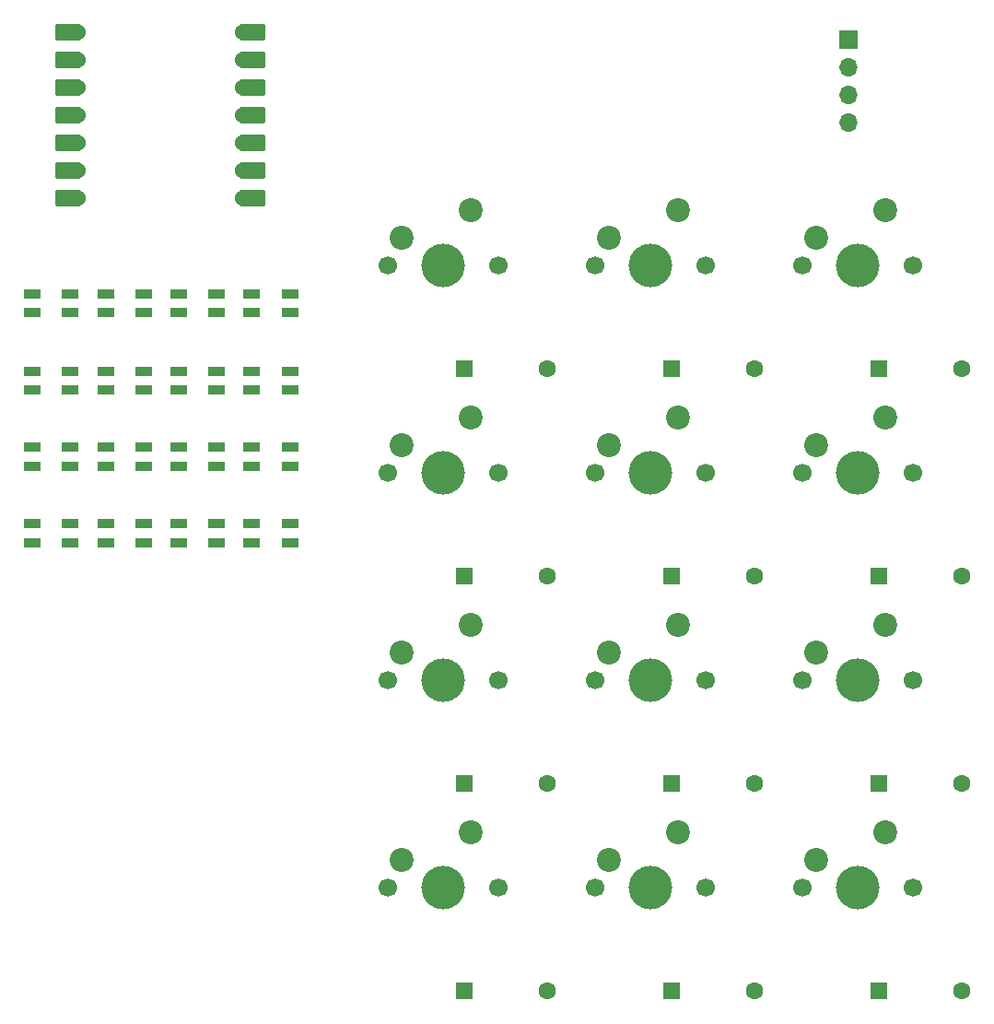
<source format=gbr>
%TF.GenerationSoftware,KiCad,Pcbnew,9.0.6*%
%TF.CreationDate,2025-12-29T13:42:38-07:00*%
%TF.ProjectId,RatPad,52617450-6164-42e6-9b69-6361645f7063,2*%
%TF.SameCoordinates,Original*%
%TF.FileFunction,Soldermask,Top*%
%TF.FilePolarity,Negative*%
%FSLAX46Y46*%
G04 Gerber Fmt 4.6, Leading zero omitted, Abs format (unit mm)*
G04 Created by KiCad (PCBNEW 9.0.6) date 2025-12-29 13:42:38*
%MOMM*%
%LPD*%
G01*
G04 APERTURE LIST*
G04 Aperture macros list*
%AMRoundRect*
0 Rectangle with rounded corners*
0 $1 Rounding radius*
0 $2 $3 $4 $5 $6 $7 $8 $9 X,Y pos of 4 corners*
0 Add a 4 corners polygon primitive as box body*
4,1,4,$2,$3,$4,$5,$6,$7,$8,$9,$2,$3,0*
0 Add four circle primitives for the rounded corners*
1,1,$1+$1,$2,$3*
1,1,$1+$1,$4,$5*
1,1,$1+$1,$6,$7*
1,1,$1+$1,$8,$9*
0 Add four rect primitives between the rounded corners*
20,1,$1+$1,$2,$3,$4,$5,0*
20,1,$1+$1,$4,$5,$6,$7,0*
20,1,$1+$1,$6,$7,$8,$9,0*
20,1,$1+$1,$8,$9,$2,$3,0*%
G04 Aperture macros list end*
%ADD10R,1.600000X0.850000*%
%ADD11C,1.700000*%
%ADD12C,4.000000*%
%ADD13C,2.200000*%
%ADD14RoundRect,0.250000X-0.550000X-0.550000X0.550000X-0.550000X0.550000X0.550000X-0.550000X0.550000X0*%
%ADD15C,1.600000*%
%ADD16R,1.700000X1.700000*%
%ADD17O,1.700000X1.700000*%
%ADD18RoundRect,0.152400X-1.063600X-0.609600X1.063600X-0.609600X1.063600X0.609600X-1.063600X0.609600X0*%
%ADD19C,1.524000*%
%ADD20RoundRect,0.152400X1.063600X0.609600X-1.063600X0.609600X-1.063600X-0.609600X1.063600X-0.609600X0*%
G04 APERTURE END LIST*
D10*
%TO.C,D7*%
X116846250Y-95756250D03*
X116846250Y-97506250D03*
X113346250Y-97506250D03*
X113346250Y-95756250D03*
%TD*%
%TO.C,D11*%
X123566250Y-95756250D03*
X123566250Y-97506250D03*
X120066250Y-97506250D03*
X120066250Y-95756250D03*
%TD*%
%TO.C,D14*%
X130286250Y-88756250D03*
X130286250Y-90506250D03*
X126786250Y-90506250D03*
X126786250Y-88756250D03*
%TD*%
%TO.C,D16*%
X130286250Y-102756250D03*
X130286250Y-104506250D03*
X126786250Y-104506250D03*
X126786250Y-102756250D03*
%TD*%
%TO.C,D6*%
X116846250Y-88756250D03*
X116846250Y-90506250D03*
X113346250Y-90506250D03*
X113346250Y-88756250D03*
%TD*%
%TO.C,D8*%
X116846250Y-102756250D03*
X116846250Y-104506250D03*
X113346250Y-104506250D03*
X113346250Y-102756250D03*
%TD*%
%TO.C,D4*%
X110126250Y-102756250D03*
X110126250Y-104506250D03*
X106626250Y-104506250D03*
X106626250Y-102756250D03*
%TD*%
%TO.C,D3*%
X110126250Y-95756250D03*
X110126250Y-97506250D03*
X106626250Y-97506250D03*
X106626250Y-95756250D03*
%TD*%
%TO.C,D10*%
X123566250Y-88756250D03*
X123566250Y-90506250D03*
X120066250Y-90506250D03*
X120066250Y-88756250D03*
%TD*%
%TO.C,D2*%
X110126250Y-88756250D03*
X110126250Y-90506250D03*
X106626250Y-90506250D03*
X106626250Y-88756250D03*
%TD*%
%TO.C,D12*%
X123566250Y-102756250D03*
X123566250Y-104506250D03*
X120066250Y-104506250D03*
X120066250Y-102756250D03*
%TD*%
%TO.C,D15*%
X130286250Y-95756250D03*
X130286250Y-97506250D03*
X126786250Y-97506250D03*
X126786250Y-95756250D03*
%TD*%
D11*
%TO.C,SW12*%
X177420000Y-136150000D03*
D12*
X182500000Y-136150000D03*
D11*
X187580000Y-136150000D03*
D13*
X185040000Y-131070000D03*
X178690000Y-133610000D03*
%TD*%
D11*
%TO.C,SW11*%
X177420000Y-117100000D03*
D12*
X182500000Y-117100000D03*
D11*
X187580000Y-117100000D03*
D13*
X185040000Y-112020000D03*
X178690000Y-114560000D03*
%TD*%
D11*
%TO.C,SW10*%
X177420000Y-98050000D03*
D12*
X182500000Y-98050000D03*
D11*
X187580000Y-98050000D03*
D13*
X185040000Y-92970000D03*
X178690000Y-95510000D03*
%TD*%
D11*
%TO.C,SW9*%
X177420000Y-79000000D03*
D12*
X182500000Y-79000000D03*
D11*
X187580000Y-79000000D03*
D13*
X185040000Y-73920000D03*
X178690000Y-76460000D03*
%TD*%
D11*
%TO.C,SW8*%
X158370000Y-136150000D03*
D12*
X163450000Y-136150000D03*
D11*
X168530000Y-136150000D03*
D13*
X165990000Y-131070000D03*
X159640000Y-133610000D03*
%TD*%
D11*
%TO.C,SW7*%
X158370000Y-117100000D03*
D12*
X163450000Y-117100000D03*
D11*
X168530000Y-117100000D03*
D13*
X165990000Y-112020000D03*
X159640000Y-114560000D03*
%TD*%
D11*
%TO.C,SW6*%
X158370000Y-98050000D03*
D12*
X163450000Y-98050000D03*
D11*
X168530000Y-98050000D03*
D13*
X165990000Y-92970000D03*
X159640000Y-95510000D03*
%TD*%
D11*
%TO.C,SW5*%
X158370000Y-79000000D03*
D12*
X163450000Y-79000000D03*
D11*
X168530000Y-79000000D03*
D13*
X165990000Y-73920000D03*
X159640000Y-76460000D03*
%TD*%
D11*
%TO.C,SW4*%
X139320000Y-136150000D03*
D12*
X144400000Y-136150000D03*
D11*
X149480000Y-136150000D03*
D13*
X146940000Y-131070000D03*
X140590000Y-133610000D03*
%TD*%
D11*
%TO.C,SW3*%
X139320000Y-117100000D03*
D12*
X144400000Y-117100000D03*
D11*
X149480000Y-117100000D03*
D13*
X146940000Y-112020000D03*
X140590000Y-114560000D03*
%TD*%
D11*
%TO.C,SW2*%
X139320000Y-98050000D03*
D12*
X144400000Y-98050000D03*
D11*
X149480000Y-98050000D03*
D13*
X146940000Y-92970000D03*
X140590000Y-95510000D03*
%TD*%
D11*
%TO.C,SW1*%
X139320000Y-79000000D03*
D12*
X144400000Y-79000000D03*
D11*
X149480000Y-79000000D03*
D13*
X146940000Y-73920000D03*
X140590000Y-76460000D03*
%TD*%
D14*
%TO.C,D28*%
X184405000Y-145675000D03*
D15*
X192025000Y-145675000D03*
%TD*%
D14*
%TO.C,D27*%
X165355000Y-145675000D03*
D15*
X172975000Y-145675000D03*
%TD*%
D14*
%TO.C,D26*%
X146305000Y-145675000D03*
D15*
X153925000Y-145675000D03*
%TD*%
D14*
%TO.C,D25*%
X184405000Y-126625000D03*
D15*
X192025000Y-126625000D03*
%TD*%
D14*
%TO.C,D24*%
X165355000Y-126625000D03*
D15*
X172975000Y-126625000D03*
%TD*%
D14*
%TO.C,D23*%
X146305000Y-126625000D03*
D15*
X153925000Y-126625000D03*
%TD*%
D14*
%TO.C,D22*%
X184405000Y-107575000D03*
D15*
X192025000Y-107575000D03*
%TD*%
D14*
%TO.C,D21*%
X165355000Y-107575000D03*
D15*
X172975000Y-107575000D03*
%TD*%
D14*
%TO.C,D20*%
X146305000Y-107575000D03*
D15*
X153925000Y-107575000D03*
%TD*%
D14*
%TO.C,D19*%
X184405000Y-88525000D03*
D15*
X192025000Y-88525000D03*
%TD*%
D14*
%TO.C,D18*%
X165405000Y-88525000D03*
D15*
X173025000Y-88525000D03*
%TD*%
D14*
%TO.C,D17*%
X146305000Y-88525000D03*
D15*
X153925000Y-88525000D03*
%TD*%
D10*
%TO.C,D1*%
X110126250Y-81631250D03*
X110126250Y-83381250D03*
X106626250Y-83381250D03*
X106626250Y-81631250D03*
%TD*%
%TO.C,D9*%
X123566250Y-81631250D03*
X123566250Y-83381250D03*
X120066250Y-83381250D03*
X120066250Y-81631250D03*
%TD*%
%TO.C,D5*%
X116846250Y-81631250D03*
X116846250Y-83381250D03*
X113346250Y-83381250D03*
X113346250Y-81631250D03*
%TD*%
%TO.C,D13*%
X130286250Y-81631250D03*
X130286250Y-83381250D03*
X126786250Y-83381250D03*
X126786250Y-81631250D03*
%TD*%
D16*
%TO.C,OLED1*%
X181615000Y-58305000D03*
D17*
X181615000Y-60845000D03*
X181615000Y-63385000D03*
X181615000Y-65925000D03*
%TD*%
D18*
%TO.C,U1*%
X126835000Y-57650000D03*
D19*
X126000000Y-57650000D03*
D18*
X126835000Y-60190000D03*
D19*
X126000000Y-60190000D03*
D18*
X126835000Y-62730000D03*
D19*
X126000000Y-62730000D03*
D18*
X126835000Y-65270000D03*
D19*
X126000000Y-65270000D03*
D18*
X126835000Y-67810000D03*
D19*
X126000000Y-67810000D03*
D18*
X126835000Y-70350000D03*
D19*
X126000000Y-70350000D03*
D18*
X126835000Y-72890000D03*
D19*
X126000000Y-72890000D03*
X110760000Y-72890000D03*
D20*
X109925000Y-72890000D03*
D19*
X110760000Y-70350000D03*
D20*
X109925000Y-70350000D03*
D19*
X110760000Y-67810000D03*
D20*
X109925000Y-67810000D03*
D19*
X110760000Y-65270000D03*
D20*
X109925000Y-65270000D03*
D19*
X110760000Y-62730000D03*
D20*
X109925000Y-62730000D03*
D19*
X110760000Y-60190000D03*
D20*
X109925000Y-60190000D03*
D19*
X110760000Y-57650000D03*
D20*
X109925000Y-57650000D03*
%TD*%
M02*

</source>
